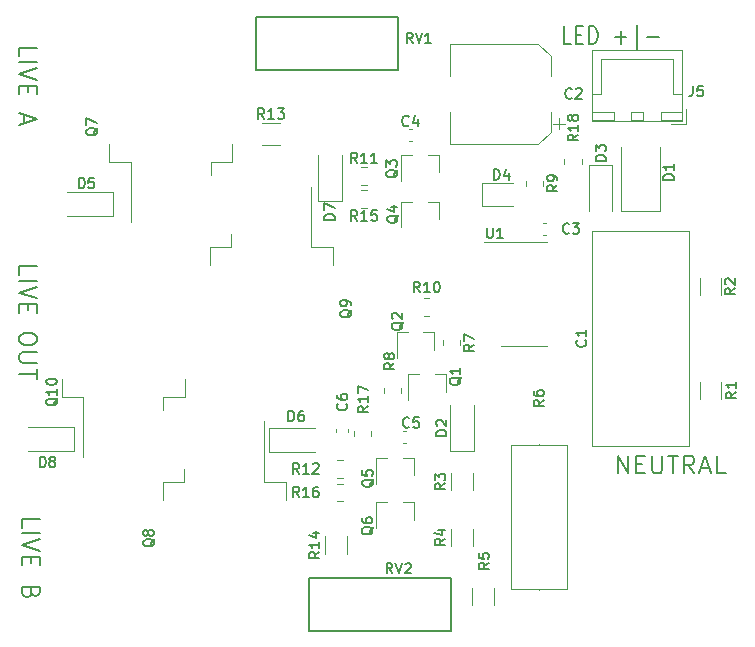
<source format=gto>
%TF.GenerationSoftware,KiCad,Pcbnew,5.1.7-a382d34a8~87~ubuntu18.04.1*%
%TF.CreationDate,2021-12-24T14:38:43-05:00*%
%TF.ProjectId,Source_Balancer_SMD,536f7572-6365-45f4-9261-6c616e636572,rev?*%
%TF.SameCoordinates,Original*%
%TF.FileFunction,Legend,Top*%
%TF.FilePolarity,Positive*%
%FSLAX46Y46*%
G04 Gerber Fmt 4.6, Leading zero omitted, Abs format (unit mm)*
G04 Created by KiCad (PCBNEW 5.1.7-a382d34a8~87~ubuntu18.04.1) date 2021-12-24 14:38:43*
%MOMM*%
%LPD*%
G01*
G04 APERTURE LIST*
%ADD10C,0.200000*%
%ADD11C,0.120000*%
%ADD12C,0.150000*%
%ADD13C,0.170000*%
G04 APERTURE END LIST*
D10*
X119377380Y-41478571D02*
X118782142Y-41478571D01*
X118782142Y-39978571D01*
X119794047Y-40692857D02*
X120210714Y-40692857D01*
X120389285Y-41478571D02*
X119794047Y-41478571D01*
X119794047Y-39978571D01*
X120389285Y-39978571D01*
X120925000Y-41478571D02*
X120925000Y-39978571D01*
X121222619Y-39978571D01*
X121401190Y-40050000D01*
X121520238Y-40192857D01*
X121579761Y-40335714D01*
X121639285Y-40621428D01*
X121639285Y-40835714D01*
X121579761Y-41121428D01*
X121520238Y-41264285D01*
X121401190Y-41407142D01*
X121222619Y-41478571D01*
X120925000Y-41478571D01*
X123127380Y-40907142D02*
X124079761Y-40907142D01*
X123603571Y-41478571D02*
X123603571Y-40335714D01*
X124972619Y-41978571D02*
X124972619Y-39835714D01*
X125865476Y-40907142D02*
X126817857Y-40907142D01*
X72671428Y-42521428D02*
X72671428Y-41807142D01*
X74171428Y-41807142D01*
X72671428Y-43021428D02*
X74171428Y-43021428D01*
X74171428Y-43521428D02*
X72671428Y-44021428D01*
X74171428Y-44521428D01*
X73457142Y-45021428D02*
X73457142Y-45521428D01*
X72671428Y-45735714D02*
X72671428Y-45021428D01*
X74171428Y-45021428D01*
X74171428Y-45735714D01*
X73100000Y-47450000D02*
X73100000Y-48164285D01*
X72671428Y-47307142D02*
X74171428Y-47807142D01*
X72671428Y-48307142D01*
X72921428Y-82414285D02*
X72921428Y-81700000D01*
X74421428Y-81700000D01*
X72921428Y-82914285D02*
X74421428Y-82914285D01*
X74421428Y-83414285D02*
X72921428Y-83914285D01*
X74421428Y-84414285D01*
X73707142Y-84914285D02*
X73707142Y-85414285D01*
X72921428Y-85628571D02*
X72921428Y-84914285D01*
X74421428Y-84914285D01*
X74421428Y-85628571D01*
X73707142Y-87914285D02*
X73635714Y-88128571D01*
X73564285Y-88200000D01*
X73421428Y-88271428D01*
X73207142Y-88271428D01*
X73064285Y-88200000D01*
X72992857Y-88128571D01*
X72921428Y-87985714D01*
X72921428Y-87414285D01*
X74421428Y-87414285D01*
X74421428Y-87914285D01*
X74350000Y-88057142D01*
X74278571Y-88128571D01*
X74135714Y-88200000D01*
X73992857Y-88200000D01*
X73850000Y-88128571D01*
X73778571Y-88057142D01*
X73707142Y-87914285D01*
X73707142Y-87414285D01*
X72671428Y-61021428D02*
X72671428Y-60307142D01*
X74171428Y-60307142D01*
X72671428Y-61521428D02*
X74171428Y-61521428D01*
X74171428Y-62021428D02*
X72671428Y-62521428D01*
X74171428Y-63021428D01*
X73457142Y-63521428D02*
X73457142Y-64021428D01*
X72671428Y-64235714D02*
X72671428Y-63521428D01*
X74171428Y-63521428D01*
X74171428Y-64235714D01*
X74171428Y-66307142D02*
X74171428Y-66592857D01*
X74100000Y-66735714D01*
X73957142Y-66878571D01*
X73671428Y-66950000D01*
X73171428Y-66950000D01*
X72885714Y-66878571D01*
X72742857Y-66735714D01*
X72671428Y-66592857D01*
X72671428Y-66307142D01*
X72742857Y-66164285D01*
X72885714Y-66021428D01*
X73171428Y-65950000D01*
X73671428Y-65950000D01*
X73957142Y-66021428D01*
X74100000Y-66164285D01*
X74171428Y-66307142D01*
X74171428Y-67592857D02*
X72957142Y-67592857D01*
X72814285Y-67664285D01*
X72742857Y-67735714D01*
X72671428Y-67878571D01*
X72671428Y-68164285D01*
X72742857Y-68307142D01*
X72814285Y-68378571D01*
X72957142Y-68450000D01*
X74171428Y-68450000D01*
X74171428Y-68950000D02*
X74171428Y-69807142D01*
X72671428Y-69378571D02*
X74171428Y-69378571D01*
X123335714Y-77828571D02*
X123335714Y-76328571D01*
X124192857Y-77828571D01*
X124192857Y-76328571D01*
X124907142Y-77042857D02*
X125407142Y-77042857D01*
X125621428Y-77828571D02*
X124907142Y-77828571D01*
X124907142Y-76328571D01*
X125621428Y-76328571D01*
X126264285Y-76328571D02*
X126264285Y-77542857D01*
X126335714Y-77685714D01*
X126407142Y-77757142D01*
X126550000Y-77828571D01*
X126835714Y-77828571D01*
X126978571Y-77757142D01*
X127050000Y-77685714D01*
X127121428Y-77542857D01*
X127121428Y-76328571D01*
X127621428Y-76328571D02*
X128478571Y-76328571D01*
X128050000Y-77828571D02*
X128050000Y-76328571D01*
X129835714Y-77828571D02*
X129335714Y-77114285D01*
X128978571Y-77828571D02*
X128978571Y-76328571D01*
X129550000Y-76328571D01*
X129692857Y-76400000D01*
X129764285Y-76471428D01*
X129835714Y-76614285D01*
X129835714Y-76828571D01*
X129764285Y-76971428D01*
X129692857Y-77042857D01*
X129550000Y-77114285D01*
X128978571Y-77114285D01*
X130407142Y-77400000D02*
X131121428Y-77400000D01*
X130264285Y-77828571D02*
X130764285Y-76328571D01*
X131264285Y-77828571D01*
X132478571Y-77828571D02*
X131764285Y-77828571D01*
X131764285Y-76328571D01*
D11*
%TO.C,R18*%
X120285000Y-51210436D02*
X120285000Y-51664564D01*
X118815000Y-51210436D02*
X118815000Y-51664564D01*
%TO.C,J5*%
X128810000Y-47960000D02*
X128810000Y-41990000D01*
X128810000Y-41990000D02*
X121190000Y-41990000D01*
X121190000Y-41990000D02*
X121190000Y-47960000D01*
X121190000Y-47960000D02*
X128810000Y-47960000D01*
X125500000Y-47950000D02*
X125500000Y-47200000D01*
X125500000Y-47200000D02*
X124500000Y-47200000D01*
X124500000Y-47200000D02*
X124500000Y-47950000D01*
X124500000Y-47950000D02*
X125500000Y-47950000D01*
X128800000Y-47950000D02*
X128800000Y-47200000D01*
X128800000Y-47200000D02*
X127000000Y-47200000D01*
X127000000Y-47200000D02*
X127000000Y-47950000D01*
X127000000Y-47950000D02*
X128800000Y-47950000D01*
X123000000Y-47950000D02*
X123000000Y-47200000D01*
X123000000Y-47200000D02*
X121200000Y-47200000D01*
X121200000Y-47200000D02*
X121200000Y-47950000D01*
X121200000Y-47950000D02*
X123000000Y-47950000D01*
X128800000Y-45700000D02*
X128050000Y-45700000D01*
X128050000Y-45700000D02*
X128050000Y-42750000D01*
X128050000Y-42750000D02*
X125000000Y-42750000D01*
X121200000Y-45700000D02*
X121950000Y-45700000D01*
X121950000Y-45700000D02*
X121950000Y-42750000D01*
X121950000Y-42750000D02*
X125000000Y-42750000D01*
X127850000Y-48250000D02*
X129100000Y-48250000D01*
X129100000Y-48250000D02*
X129100000Y-47000000D01*
%TO.C,U1*%
X115450000Y-58215000D02*
X112000000Y-58215000D01*
X115450000Y-58215000D02*
X117400000Y-58215000D01*
X115450000Y-67085000D02*
X113500000Y-67085000D01*
X115450000Y-67085000D02*
X117400000Y-67085000D01*
%TO.C,D8*%
X77300000Y-75900000D02*
X73400000Y-75900000D01*
X77300000Y-73900000D02*
X73400000Y-73900000D01*
X77300000Y-75900000D02*
X77300000Y-73900000D01*
%TO.C,D7*%
X98000000Y-54750000D02*
X98000000Y-50850000D01*
X100000000Y-54750000D02*
X100000000Y-50850000D01*
X98000000Y-54750000D02*
X100000000Y-54750000D01*
%TO.C,D6*%
X93850000Y-74000000D02*
X97750000Y-74000000D01*
X93850000Y-76000000D02*
X97750000Y-76000000D01*
X93850000Y-74000000D02*
X93850000Y-76000000D01*
%TO.C,D5*%
X80600000Y-56000000D02*
X76700000Y-56000000D01*
X80600000Y-54000000D02*
X76700000Y-54000000D01*
X80600000Y-56000000D02*
X80600000Y-54000000D01*
D12*
%TO.C,RV2*%
X97250000Y-86650000D02*
X97250000Y-91150000D01*
X109250000Y-86650000D02*
X109250000Y-91150000D01*
X97250000Y-86650000D02*
X109250000Y-86650000D01*
X97250000Y-91150000D02*
X109250000Y-91150000D01*
%TO.C,RV1*%
X92750000Y-39150000D02*
X92750000Y-43650000D01*
X104750000Y-39150000D02*
X104750000Y-43650000D01*
X92750000Y-39150000D02*
X104750000Y-39150000D01*
X92750000Y-43650000D02*
X104750000Y-43650000D01*
D11*
%TO.C,R17*%
X101015000Y-74210436D02*
X101015000Y-74664564D01*
X102485000Y-74210436D02*
X102485000Y-74664564D01*
%TO.C,R16*%
X99610436Y-80185000D02*
X100064564Y-80185000D01*
X99610436Y-78715000D02*
X100064564Y-78715000D01*
%TO.C,R15*%
X101635436Y-55335000D02*
X102089564Y-55335000D01*
X101635436Y-53865000D02*
X102089564Y-53865000D01*
%TO.C,R14*%
X98590000Y-83172936D02*
X98590000Y-84627064D01*
X100410000Y-83172936D02*
X100410000Y-84627064D01*
%TO.C,R13*%
X94727064Y-48190000D02*
X93272936Y-48190000D01*
X94727064Y-50010000D02*
X93272936Y-50010000D01*
%TO.C,R12*%
X99610436Y-78185000D02*
X100064564Y-78185000D01*
X99610436Y-76715000D02*
X100064564Y-76715000D01*
%TO.C,R11*%
X101635436Y-53385000D02*
X102089564Y-53385000D01*
X101635436Y-51915000D02*
X102089564Y-51915000D01*
%TO.C,R10*%
X106922936Y-64485000D02*
X107377064Y-64485000D01*
X106922936Y-63015000D02*
X107377064Y-63015000D01*
%TO.C,R9*%
X117035000Y-53489564D02*
X117035000Y-53035436D01*
X115565000Y-53489564D02*
X115565000Y-53035436D01*
%TO.C,R8*%
X103565000Y-70585436D02*
X103565000Y-71039564D01*
X105035000Y-70585436D02*
X105035000Y-71039564D01*
%TO.C,R7*%
X109985000Y-66964564D02*
X109985000Y-66510436D01*
X108515000Y-66964564D02*
X108515000Y-66510436D01*
%TO.C,R6*%
X116700000Y-87710000D02*
X116700000Y-87600000D01*
X116700000Y-75350000D02*
X116700000Y-75460000D01*
X119070000Y-87600000D02*
X119070000Y-75460000D01*
X114330000Y-87600000D02*
X119070000Y-87600000D01*
X114330000Y-75460000D02*
X114330000Y-87600000D01*
X119070000Y-75460000D02*
X114330000Y-75460000D01*
%TO.C,R5*%
X112860000Y-88964564D02*
X112860000Y-87510436D01*
X111040000Y-88964564D02*
X111040000Y-87510436D01*
%TO.C,R4*%
X111060000Y-83964564D02*
X111060000Y-82510436D01*
X109240000Y-83964564D02*
X109240000Y-82510436D01*
%TO.C,R3*%
X111060000Y-79264564D02*
X111060000Y-77810436D01*
X109240000Y-79264564D02*
X109240000Y-77810436D01*
%TO.C,R2*%
X132110000Y-62727064D02*
X132110000Y-61272936D01*
X130290000Y-62727064D02*
X130290000Y-61272936D01*
%TO.C,R1*%
X132110000Y-71564564D02*
X132110000Y-70110436D01*
X130290000Y-71564564D02*
X130290000Y-70110436D01*
%TO.C,Q10*%
X84890000Y-71325000D02*
X84890000Y-72425000D01*
X86700000Y-71325000D02*
X84890000Y-71325000D01*
X86700000Y-69825000D02*
X86700000Y-71325000D01*
X78110000Y-71325000D02*
X78110000Y-76450000D01*
X76300000Y-71325000D02*
X78110000Y-71325000D01*
X76300000Y-69825000D02*
X76300000Y-71325000D01*
%TO.C,Q9*%
X90610000Y-58675000D02*
X90610000Y-57575000D01*
X88800000Y-58675000D02*
X90610000Y-58675000D01*
X88800000Y-60175000D02*
X88800000Y-58675000D01*
X97390000Y-58675000D02*
X97390000Y-53550000D01*
X99200000Y-58675000D02*
X97390000Y-58675000D01*
X99200000Y-60175000D02*
X99200000Y-58675000D01*
%TO.C,Q8*%
X86650000Y-78550000D02*
X86650000Y-77450000D01*
X84840000Y-78550000D02*
X86650000Y-78550000D01*
X84840000Y-80050000D02*
X84840000Y-78550000D01*
X93430000Y-78550000D02*
X93430000Y-73425000D01*
X95240000Y-78550000D02*
X93430000Y-78550000D01*
X95240000Y-80050000D02*
X95240000Y-78550000D01*
%TO.C,Q7*%
X88890000Y-51450000D02*
X88890000Y-52550000D01*
X90700000Y-51450000D02*
X88890000Y-51450000D01*
X90700000Y-49950000D02*
X90700000Y-51450000D01*
X82110000Y-51450000D02*
X82110000Y-56575000D01*
X80300000Y-51450000D02*
X82110000Y-51450000D01*
X80300000Y-49950000D02*
X80300000Y-51450000D01*
%TO.C,Q6*%
X106080000Y-80290000D02*
X106080000Y-81750000D01*
X102920000Y-80290000D02*
X102920000Y-82450000D01*
X102920000Y-80290000D02*
X103850000Y-80290000D01*
X106080000Y-80290000D02*
X105150000Y-80290000D01*
%TO.C,Q5*%
X106080000Y-76540000D02*
X106080000Y-78000000D01*
X102920000Y-76540000D02*
X102920000Y-78700000D01*
X102920000Y-76540000D02*
X103850000Y-76540000D01*
X106080000Y-76540000D02*
X105150000Y-76540000D01*
%TO.C,Q4*%
X108180000Y-54840000D02*
X108180000Y-56300000D01*
X105020000Y-54840000D02*
X105020000Y-57000000D01*
X105020000Y-54840000D02*
X105950000Y-54840000D01*
X108180000Y-54840000D02*
X107250000Y-54840000D01*
%TO.C,Q3*%
X108180000Y-50890000D02*
X108180000Y-52350000D01*
X105020000Y-50890000D02*
X105020000Y-53050000D01*
X105020000Y-50890000D02*
X105950000Y-50890000D01*
X108180000Y-50890000D02*
X107250000Y-50890000D01*
%TO.C,Q2*%
X107830000Y-65890000D02*
X107830000Y-67350000D01*
X104670000Y-65890000D02*
X104670000Y-68050000D01*
X104670000Y-65890000D02*
X105600000Y-65890000D01*
X107830000Y-65890000D02*
X106900000Y-65890000D01*
%TO.C,Q1*%
X108780000Y-69440000D02*
X108780000Y-70900000D01*
X105620000Y-69440000D02*
X105620000Y-71600000D01*
X105620000Y-69440000D02*
X106550000Y-69440000D01*
X108780000Y-69440000D02*
X107850000Y-69440000D01*
%TO.C,D4*%
X111827500Y-55160000D02*
X114512500Y-55160000D01*
X111827500Y-53240000D02*
X111827500Y-55160000D01*
X114512500Y-53240000D02*
X111827500Y-53240000D01*
%TO.C,D3*%
X122900000Y-51750000D02*
X122900000Y-55650000D01*
X120900000Y-51750000D02*
X120900000Y-55650000D01*
X122900000Y-51750000D02*
X120900000Y-51750000D01*
%TO.C,D2*%
X109150000Y-75950000D02*
X109150000Y-72050000D01*
X111150000Y-75950000D02*
X111150000Y-72050000D01*
X109150000Y-75950000D02*
X111150000Y-75950000D01*
%TO.C,D1*%
X123650000Y-55600000D02*
X123650000Y-50200000D01*
X126950000Y-55600000D02*
X126950000Y-50200000D01*
X123650000Y-55600000D02*
X126950000Y-55600000D01*
%TO.C,C6*%
X100510000Y-74365580D02*
X100510000Y-74084420D01*
X99490000Y-74365580D02*
X99490000Y-74084420D01*
%TO.C,C5*%
X105134420Y-75260000D02*
X105415580Y-75260000D01*
X105134420Y-74240000D02*
X105415580Y-74240000D01*
%TO.C,C4*%
X105965580Y-48690000D02*
X105684420Y-48690000D01*
X105965580Y-49710000D02*
X105684420Y-49710000D01*
%TO.C,C3*%
X117315580Y-56640000D02*
X117034420Y-56640000D01*
X117315580Y-57660000D02*
X117034420Y-57660000D01*
%TO.C,C2*%
X118400000Y-48710000D02*
X118400000Y-47710000D01*
X118900000Y-48210000D02*
X117900000Y-48210000D01*
X117660000Y-42504437D02*
X116595563Y-41440000D01*
X117660000Y-48895563D02*
X116595563Y-49960000D01*
X117660000Y-48895563D02*
X117660000Y-47210000D01*
X117660000Y-42504437D02*
X117660000Y-44190000D01*
X116595563Y-41440000D02*
X109140000Y-41440000D01*
X116595563Y-49960000D02*
X109140000Y-49960000D01*
X109140000Y-49960000D02*
X109140000Y-47210000D01*
X109140000Y-41440000D02*
X109140000Y-44190000D01*
%TO.C,C1*%
X121180000Y-57280000D02*
X129420000Y-57280000D01*
X121180000Y-75520000D02*
X129420000Y-75520000D01*
X129420000Y-75520000D02*
X129420000Y-57280000D01*
X121180000Y-75520000D02*
X121180000Y-57280000D01*
%TO.C,R18*%
D13*
X119998095Y-49140714D02*
X119579047Y-49434047D01*
X119998095Y-49643571D02*
X119118095Y-49643571D01*
X119118095Y-49308333D01*
X119160000Y-49224523D01*
X119201904Y-49182619D01*
X119285714Y-49140714D01*
X119411428Y-49140714D01*
X119495238Y-49182619D01*
X119537142Y-49224523D01*
X119579047Y-49308333D01*
X119579047Y-49643571D01*
X119998095Y-48302619D02*
X119998095Y-48805476D01*
X119998095Y-48554047D02*
X119118095Y-48554047D01*
X119243809Y-48637857D01*
X119327619Y-48721666D01*
X119369523Y-48805476D01*
X119495238Y-47799761D02*
X119453333Y-47883571D01*
X119411428Y-47925476D01*
X119327619Y-47967380D01*
X119285714Y-47967380D01*
X119201904Y-47925476D01*
X119160000Y-47883571D01*
X119118095Y-47799761D01*
X119118095Y-47632142D01*
X119160000Y-47548333D01*
X119201904Y-47506428D01*
X119285714Y-47464523D01*
X119327619Y-47464523D01*
X119411428Y-47506428D01*
X119453333Y-47548333D01*
X119495238Y-47632142D01*
X119495238Y-47799761D01*
X119537142Y-47883571D01*
X119579047Y-47925476D01*
X119662857Y-47967380D01*
X119830476Y-47967380D01*
X119914285Y-47925476D01*
X119956190Y-47883571D01*
X119998095Y-47799761D01*
X119998095Y-47632142D01*
X119956190Y-47548333D01*
X119914285Y-47506428D01*
X119830476Y-47464523D01*
X119662857Y-47464523D01*
X119579047Y-47506428D01*
X119537142Y-47548333D01*
X119495238Y-47632142D01*
%TO.C,J5*%
X129706666Y-45018095D02*
X129706666Y-45646666D01*
X129664761Y-45772380D01*
X129580952Y-45856190D01*
X129455238Y-45898095D01*
X129371428Y-45898095D01*
X130544761Y-45018095D02*
X130125714Y-45018095D01*
X130083809Y-45437142D01*
X130125714Y-45395238D01*
X130209523Y-45353333D01*
X130419047Y-45353333D01*
X130502857Y-45395238D01*
X130544761Y-45437142D01*
X130586666Y-45520952D01*
X130586666Y-45730476D01*
X130544761Y-45814285D01*
X130502857Y-45856190D01*
X130419047Y-45898095D01*
X130209523Y-45898095D01*
X130125714Y-45856190D01*
X130083809Y-45814285D01*
%TO.C,U1*%
X112279523Y-57018095D02*
X112279523Y-57730476D01*
X112321428Y-57814285D01*
X112363333Y-57856190D01*
X112447142Y-57898095D01*
X112614761Y-57898095D01*
X112698571Y-57856190D01*
X112740476Y-57814285D01*
X112782380Y-57730476D01*
X112782380Y-57018095D01*
X113662380Y-57898095D02*
X113159523Y-57898095D01*
X113410952Y-57898095D02*
X113410952Y-57018095D01*
X113327142Y-57143809D01*
X113243333Y-57227619D01*
X113159523Y-57269523D01*
%TO.C,D8*%
X74400476Y-77298095D02*
X74400476Y-76418095D01*
X74610000Y-76418095D01*
X74735714Y-76460000D01*
X74819523Y-76543809D01*
X74861428Y-76627619D01*
X74903333Y-76795238D01*
X74903333Y-76920952D01*
X74861428Y-77088571D01*
X74819523Y-77172380D01*
X74735714Y-77256190D01*
X74610000Y-77298095D01*
X74400476Y-77298095D01*
X75406190Y-76795238D02*
X75322380Y-76753333D01*
X75280476Y-76711428D01*
X75238571Y-76627619D01*
X75238571Y-76585714D01*
X75280476Y-76501904D01*
X75322380Y-76460000D01*
X75406190Y-76418095D01*
X75573809Y-76418095D01*
X75657619Y-76460000D01*
X75699523Y-76501904D01*
X75741428Y-76585714D01*
X75741428Y-76627619D01*
X75699523Y-76711428D01*
X75657619Y-76753333D01*
X75573809Y-76795238D01*
X75406190Y-76795238D01*
X75322380Y-76837142D01*
X75280476Y-76879047D01*
X75238571Y-76962857D01*
X75238571Y-77130476D01*
X75280476Y-77214285D01*
X75322380Y-77256190D01*
X75406190Y-77298095D01*
X75573809Y-77298095D01*
X75657619Y-77256190D01*
X75699523Y-77214285D01*
X75741428Y-77130476D01*
X75741428Y-76962857D01*
X75699523Y-76879047D01*
X75657619Y-76837142D01*
X75573809Y-76795238D01*
%TO.C,D7*%
X99398095Y-56349523D02*
X98518095Y-56349523D01*
X98518095Y-56140000D01*
X98560000Y-56014285D01*
X98643809Y-55930476D01*
X98727619Y-55888571D01*
X98895238Y-55846666D01*
X99020952Y-55846666D01*
X99188571Y-55888571D01*
X99272380Y-55930476D01*
X99356190Y-56014285D01*
X99398095Y-56140000D01*
X99398095Y-56349523D01*
X98518095Y-55553333D02*
X98518095Y-54966666D01*
X99398095Y-55343809D01*
%TO.C,D6*%
X95450476Y-73398095D02*
X95450476Y-72518095D01*
X95660000Y-72518095D01*
X95785714Y-72560000D01*
X95869523Y-72643809D01*
X95911428Y-72727619D01*
X95953333Y-72895238D01*
X95953333Y-73020952D01*
X95911428Y-73188571D01*
X95869523Y-73272380D01*
X95785714Y-73356190D01*
X95660000Y-73398095D01*
X95450476Y-73398095D01*
X96707619Y-72518095D02*
X96540000Y-72518095D01*
X96456190Y-72560000D01*
X96414285Y-72601904D01*
X96330476Y-72727619D01*
X96288571Y-72895238D01*
X96288571Y-73230476D01*
X96330476Y-73314285D01*
X96372380Y-73356190D01*
X96456190Y-73398095D01*
X96623809Y-73398095D01*
X96707619Y-73356190D01*
X96749523Y-73314285D01*
X96791428Y-73230476D01*
X96791428Y-73020952D01*
X96749523Y-72937142D01*
X96707619Y-72895238D01*
X96623809Y-72853333D01*
X96456190Y-72853333D01*
X96372380Y-72895238D01*
X96330476Y-72937142D01*
X96288571Y-73020952D01*
%TO.C,D5*%
X77700476Y-53698095D02*
X77700476Y-52818095D01*
X77910000Y-52818095D01*
X78035714Y-52860000D01*
X78119523Y-52943809D01*
X78161428Y-53027619D01*
X78203333Y-53195238D01*
X78203333Y-53320952D01*
X78161428Y-53488571D01*
X78119523Y-53572380D01*
X78035714Y-53656190D01*
X77910000Y-53698095D01*
X77700476Y-53698095D01*
X78999523Y-52818095D02*
X78580476Y-52818095D01*
X78538571Y-53237142D01*
X78580476Y-53195238D01*
X78664285Y-53153333D01*
X78873809Y-53153333D01*
X78957619Y-53195238D01*
X78999523Y-53237142D01*
X79041428Y-53320952D01*
X79041428Y-53530476D01*
X78999523Y-53614285D01*
X78957619Y-53656190D01*
X78873809Y-53698095D01*
X78664285Y-53698095D01*
X78580476Y-53656190D01*
X78538571Y-53614285D01*
%TO.C,RV2*%
X104276190Y-86298095D02*
X103982857Y-85879047D01*
X103773333Y-86298095D02*
X103773333Y-85418095D01*
X104108571Y-85418095D01*
X104192380Y-85460000D01*
X104234285Y-85501904D01*
X104276190Y-85585714D01*
X104276190Y-85711428D01*
X104234285Y-85795238D01*
X104192380Y-85837142D01*
X104108571Y-85879047D01*
X103773333Y-85879047D01*
X104527619Y-85418095D02*
X104820952Y-86298095D01*
X105114285Y-85418095D01*
X105365714Y-85501904D02*
X105407619Y-85460000D01*
X105491428Y-85418095D01*
X105700952Y-85418095D01*
X105784761Y-85460000D01*
X105826666Y-85501904D01*
X105868571Y-85585714D01*
X105868571Y-85669523D01*
X105826666Y-85795238D01*
X105323809Y-86298095D01*
X105868571Y-86298095D01*
%TO.C,RV1*%
X105976190Y-41398095D02*
X105682857Y-40979047D01*
X105473333Y-41398095D02*
X105473333Y-40518095D01*
X105808571Y-40518095D01*
X105892380Y-40560000D01*
X105934285Y-40601904D01*
X105976190Y-40685714D01*
X105976190Y-40811428D01*
X105934285Y-40895238D01*
X105892380Y-40937142D01*
X105808571Y-40979047D01*
X105473333Y-40979047D01*
X106227619Y-40518095D02*
X106520952Y-41398095D01*
X106814285Y-40518095D01*
X107568571Y-41398095D02*
X107065714Y-41398095D01*
X107317142Y-41398095D02*
X107317142Y-40518095D01*
X107233333Y-40643809D01*
X107149523Y-40727619D01*
X107065714Y-40769523D01*
%TO.C,R17*%
X102198095Y-72153214D02*
X101779047Y-72446547D01*
X102198095Y-72656071D02*
X101318095Y-72656071D01*
X101318095Y-72320833D01*
X101360000Y-72237023D01*
X101401904Y-72195119D01*
X101485714Y-72153214D01*
X101611428Y-72153214D01*
X101695238Y-72195119D01*
X101737142Y-72237023D01*
X101779047Y-72320833D01*
X101779047Y-72656071D01*
X102198095Y-71315119D02*
X102198095Y-71817976D01*
X102198095Y-71566547D02*
X101318095Y-71566547D01*
X101443809Y-71650357D01*
X101527619Y-71734166D01*
X101569523Y-71817976D01*
X101318095Y-71021785D02*
X101318095Y-70435119D01*
X102198095Y-70812261D01*
%TO.C,R16*%
X96371785Y-79848095D02*
X96078452Y-79429047D01*
X95868928Y-79848095D02*
X95868928Y-78968095D01*
X96204166Y-78968095D01*
X96287976Y-79010000D01*
X96329880Y-79051904D01*
X96371785Y-79135714D01*
X96371785Y-79261428D01*
X96329880Y-79345238D01*
X96287976Y-79387142D01*
X96204166Y-79429047D01*
X95868928Y-79429047D01*
X97209880Y-79848095D02*
X96707023Y-79848095D01*
X96958452Y-79848095D02*
X96958452Y-78968095D01*
X96874642Y-79093809D01*
X96790833Y-79177619D01*
X96707023Y-79219523D01*
X97964166Y-78968095D02*
X97796547Y-78968095D01*
X97712738Y-79010000D01*
X97670833Y-79051904D01*
X97587023Y-79177619D01*
X97545119Y-79345238D01*
X97545119Y-79680476D01*
X97587023Y-79764285D01*
X97628928Y-79806190D01*
X97712738Y-79848095D01*
X97880357Y-79848095D01*
X97964166Y-79806190D01*
X98006071Y-79764285D01*
X98047976Y-79680476D01*
X98047976Y-79470952D01*
X98006071Y-79387142D01*
X97964166Y-79345238D01*
X97880357Y-79303333D01*
X97712738Y-79303333D01*
X97628928Y-79345238D01*
X97587023Y-79387142D01*
X97545119Y-79470952D01*
%TO.C,R15*%
X101296785Y-56448095D02*
X101003452Y-56029047D01*
X100793928Y-56448095D02*
X100793928Y-55568095D01*
X101129166Y-55568095D01*
X101212976Y-55610000D01*
X101254880Y-55651904D01*
X101296785Y-55735714D01*
X101296785Y-55861428D01*
X101254880Y-55945238D01*
X101212976Y-55987142D01*
X101129166Y-56029047D01*
X100793928Y-56029047D01*
X102134880Y-56448095D02*
X101632023Y-56448095D01*
X101883452Y-56448095D02*
X101883452Y-55568095D01*
X101799642Y-55693809D01*
X101715833Y-55777619D01*
X101632023Y-55819523D01*
X102931071Y-55568095D02*
X102512023Y-55568095D01*
X102470119Y-55987142D01*
X102512023Y-55945238D01*
X102595833Y-55903333D01*
X102805357Y-55903333D01*
X102889166Y-55945238D01*
X102931071Y-55987142D01*
X102972976Y-56070952D01*
X102972976Y-56280476D01*
X102931071Y-56364285D01*
X102889166Y-56406190D01*
X102805357Y-56448095D01*
X102595833Y-56448095D01*
X102512023Y-56406190D01*
X102470119Y-56364285D01*
%TO.C,R14*%
X98098095Y-84465714D02*
X97679047Y-84759047D01*
X98098095Y-84968571D02*
X97218095Y-84968571D01*
X97218095Y-84633333D01*
X97260000Y-84549523D01*
X97301904Y-84507619D01*
X97385714Y-84465714D01*
X97511428Y-84465714D01*
X97595238Y-84507619D01*
X97637142Y-84549523D01*
X97679047Y-84633333D01*
X97679047Y-84968571D01*
X98098095Y-83627619D02*
X98098095Y-84130476D01*
X98098095Y-83879047D02*
X97218095Y-83879047D01*
X97343809Y-83962857D01*
X97427619Y-84046666D01*
X97469523Y-84130476D01*
X97511428Y-82873333D02*
X98098095Y-82873333D01*
X97176190Y-83082857D02*
X97804761Y-83292380D01*
X97804761Y-82747619D01*
%TO.C,R13*%
X93434285Y-47798095D02*
X93140952Y-47379047D01*
X92931428Y-47798095D02*
X92931428Y-46918095D01*
X93266666Y-46918095D01*
X93350476Y-46960000D01*
X93392380Y-47001904D01*
X93434285Y-47085714D01*
X93434285Y-47211428D01*
X93392380Y-47295238D01*
X93350476Y-47337142D01*
X93266666Y-47379047D01*
X92931428Y-47379047D01*
X94272380Y-47798095D02*
X93769523Y-47798095D01*
X94020952Y-47798095D02*
X94020952Y-46918095D01*
X93937142Y-47043809D01*
X93853333Y-47127619D01*
X93769523Y-47169523D01*
X94565714Y-46918095D02*
X95110476Y-46918095D01*
X94817142Y-47253333D01*
X94942857Y-47253333D01*
X95026666Y-47295238D01*
X95068571Y-47337142D01*
X95110476Y-47420952D01*
X95110476Y-47630476D01*
X95068571Y-47714285D01*
X95026666Y-47756190D01*
X94942857Y-47798095D01*
X94691428Y-47798095D01*
X94607619Y-47756190D01*
X94565714Y-47714285D01*
%TO.C,R12*%
X96371785Y-77848095D02*
X96078452Y-77429047D01*
X95868928Y-77848095D02*
X95868928Y-76968095D01*
X96204166Y-76968095D01*
X96287976Y-77010000D01*
X96329880Y-77051904D01*
X96371785Y-77135714D01*
X96371785Y-77261428D01*
X96329880Y-77345238D01*
X96287976Y-77387142D01*
X96204166Y-77429047D01*
X95868928Y-77429047D01*
X97209880Y-77848095D02*
X96707023Y-77848095D01*
X96958452Y-77848095D02*
X96958452Y-76968095D01*
X96874642Y-77093809D01*
X96790833Y-77177619D01*
X96707023Y-77219523D01*
X97545119Y-77051904D02*
X97587023Y-77010000D01*
X97670833Y-76968095D01*
X97880357Y-76968095D01*
X97964166Y-77010000D01*
X98006071Y-77051904D01*
X98047976Y-77135714D01*
X98047976Y-77219523D01*
X98006071Y-77345238D01*
X97503214Y-77848095D01*
X98047976Y-77848095D01*
%TO.C,R11*%
X101296785Y-51548095D02*
X101003452Y-51129047D01*
X100793928Y-51548095D02*
X100793928Y-50668095D01*
X101129166Y-50668095D01*
X101212976Y-50710000D01*
X101254880Y-50751904D01*
X101296785Y-50835714D01*
X101296785Y-50961428D01*
X101254880Y-51045238D01*
X101212976Y-51087142D01*
X101129166Y-51129047D01*
X100793928Y-51129047D01*
X102134880Y-51548095D02*
X101632023Y-51548095D01*
X101883452Y-51548095D02*
X101883452Y-50668095D01*
X101799642Y-50793809D01*
X101715833Y-50877619D01*
X101632023Y-50919523D01*
X102972976Y-51548095D02*
X102470119Y-51548095D01*
X102721547Y-51548095D02*
X102721547Y-50668095D01*
X102637738Y-50793809D01*
X102553928Y-50877619D01*
X102470119Y-50919523D01*
%TO.C,R10*%
X106584285Y-62498095D02*
X106290952Y-62079047D01*
X106081428Y-62498095D02*
X106081428Y-61618095D01*
X106416666Y-61618095D01*
X106500476Y-61660000D01*
X106542380Y-61701904D01*
X106584285Y-61785714D01*
X106584285Y-61911428D01*
X106542380Y-61995238D01*
X106500476Y-62037142D01*
X106416666Y-62079047D01*
X106081428Y-62079047D01*
X107422380Y-62498095D02*
X106919523Y-62498095D01*
X107170952Y-62498095D02*
X107170952Y-61618095D01*
X107087142Y-61743809D01*
X107003333Y-61827619D01*
X106919523Y-61869523D01*
X107967142Y-61618095D02*
X108050952Y-61618095D01*
X108134761Y-61660000D01*
X108176666Y-61701904D01*
X108218571Y-61785714D01*
X108260476Y-61953333D01*
X108260476Y-62162857D01*
X108218571Y-62330476D01*
X108176666Y-62414285D01*
X108134761Y-62456190D01*
X108050952Y-62498095D01*
X107967142Y-62498095D01*
X107883333Y-62456190D01*
X107841428Y-62414285D01*
X107799523Y-62330476D01*
X107757619Y-62162857D01*
X107757619Y-61953333D01*
X107799523Y-61785714D01*
X107841428Y-61701904D01*
X107883333Y-61660000D01*
X107967142Y-61618095D01*
%TO.C,R9*%
X118248095Y-53446666D02*
X117829047Y-53740000D01*
X118248095Y-53949523D02*
X117368095Y-53949523D01*
X117368095Y-53614285D01*
X117410000Y-53530476D01*
X117451904Y-53488571D01*
X117535714Y-53446666D01*
X117661428Y-53446666D01*
X117745238Y-53488571D01*
X117787142Y-53530476D01*
X117829047Y-53614285D01*
X117829047Y-53949523D01*
X118248095Y-53027619D02*
X118248095Y-52860000D01*
X118206190Y-52776190D01*
X118164285Y-52734285D01*
X118038571Y-52650476D01*
X117870952Y-52608571D01*
X117535714Y-52608571D01*
X117451904Y-52650476D01*
X117410000Y-52692380D01*
X117368095Y-52776190D01*
X117368095Y-52943809D01*
X117410000Y-53027619D01*
X117451904Y-53069523D01*
X117535714Y-53111428D01*
X117745238Y-53111428D01*
X117829047Y-53069523D01*
X117870952Y-53027619D01*
X117912857Y-52943809D01*
X117912857Y-52776190D01*
X117870952Y-52692380D01*
X117829047Y-52650476D01*
X117745238Y-52608571D01*
%TO.C,R8*%
X104448095Y-68496666D02*
X104029047Y-68790000D01*
X104448095Y-68999523D02*
X103568095Y-68999523D01*
X103568095Y-68664285D01*
X103610000Y-68580476D01*
X103651904Y-68538571D01*
X103735714Y-68496666D01*
X103861428Y-68496666D01*
X103945238Y-68538571D01*
X103987142Y-68580476D01*
X104029047Y-68664285D01*
X104029047Y-68999523D01*
X103945238Y-67993809D02*
X103903333Y-68077619D01*
X103861428Y-68119523D01*
X103777619Y-68161428D01*
X103735714Y-68161428D01*
X103651904Y-68119523D01*
X103610000Y-68077619D01*
X103568095Y-67993809D01*
X103568095Y-67826190D01*
X103610000Y-67742380D01*
X103651904Y-67700476D01*
X103735714Y-67658571D01*
X103777619Y-67658571D01*
X103861428Y-67700476D01*
X103903333Y-67742380D01*
X103945238Y-67826190D01*
X103945238Y-67993809D01*
X103987142Y-68077619D01*
X104029047Y-68119523D01*
X104112857Y-68161428D01*
X104280476Y-68161428D01*
X104364285Y-68119523D01*
X104406190Y-68077619D01*
X104448095Y-67993809D01*
X104448095Y-67826190D01*
X104406190Y-67742380D01*
X104364285Y-67700476D01*
X104280476Y-67658571D01*
X104112857Y-67658571D01*
X104029047Y-67700476D01*
X103987142Y-67742380D01*
X103945238Y-67826190D01*
%TO.C,R7*%
X111198095Y-66946666D02*
X110779047Y-67240000D01*
X111198095Y-67449523D02*
X110318095Y-67449523D01*
X110318095Y-67114285D01*
X110360000Y-67030476D01*
X110401904Y-66988571D01*
X110485714Y-66946666D01*
X110611428Y-66946666D01*
X110695238Y-66988571D01*
X110737142Y-67030476D01*
X110779047Y-67114285D01*
X110779047Y-67449523D01*
X110318095Y-66653333D02*
X110318095Y-66066666D01*
X111198095Y-66443809D01*
%TO.C,R6*%
X117098095Y-71646666D02*
X116679047Y-71940000D01*
X117098095Y-72149523D02*
X116218095Y-72149523D01*
X116218095Y-71814285D01*
X116260000Y-71730476D01*
X116301904Y-71688571D01*
X116385714Y-71646666D01*
X116511428Y-71646666D01*
X116595238Y-71688571D01*
X116637142Y-71730476D01*
X116679047Y-71814285D01*
X116679047Y-72149523D01*
X116218095Y-70892380D02*
X116218095Y-71060000D01*
X116260000Y-71143809D01*
X116301904Y-71185714D01*
X116427619Y-71269523D01*
X116595238Y-71311428D01*
X116930476Y-71311428D01*
X117014285Y-71269523D01*
X117056190Y-71227619D01*
X117098095Y-71143809D01*
X117098095Y-70976190D01*
X117056190Y-70892380D01*
X117014285Y-70850476D01*
X116930476Y-70808571D01*
X116720952Y-70808571D01*
X116637142Y-70850476D01*
X116595238Y-70892380D01*
X116553333Y-70976190D01*
X116553333Y-71143809D01*
X116595238Y-71227619D01*
X116637142Y-71269523D01*
X116720952Y-71311428D01*
%TO.C,R5*%
X112448095Y-85396666D02*
X112029047Y-85690000D01*
X112448095Y-85899523D02*
X111568095Y-85899523D01*
X111568095Y-85564285D01*
X111610000Y-85480476D01*
X111651904Y-85438571D01*
X111735714Y-85396666D01*
X111861428Y-85396666D01*
X111945238Y-85438571D01*
X111987142Y-85480476D01*
X112029047Y-85564285D01*
X112029047Y-85899523D01*
X111568095Y-84600476D02*
X111568095Y-85019523D01*
X111987142Y-85061428D01*
X111945238Y-85019523D01*
X111903333Y-84935714D01*
X111903333Y-84726190D01*
X111945238Y-84642380D01*
X111987142Y-84600476D01*
X112070952Y-84558571D01*
X112280476Y-84558571D01*
X112364285Y-84600476D01*
X112406190Y-84642380D01*
X112448095Y-84726190D01*
X112448095Y-84935714D01*
X112406190Y-85019523D01*
X112364285Y-85061428D01*
%TO.C,R4*%
X108728095Y-83384166D02*
X108309047Y-83677500D01*
X108728095Y-83887023D02*
X107848095Y-83887023D01*
X107848095Y-83551785D01*
X107890000Y-83467976D01*
X107931904Y-83426071D01*
X108015714Y-83384166D01*
X108141428Y-83384166D01*
X108225238Y-83426071D01*
X108267142Y-83467976D01*
X108309047Y-83551785D01*
X108309047Y-83887023D01*
X108141428Y-82629880D02*
X108728095Y-82629880D01*
X107806190Y-82839404D02*
X108434761Y-83048928D01*
X108434761Y-82504166D01*
%TO.C,R3*%
X108728095Y-78684166D02*
X108309047Y-78977500D01*
X108728095Y-79187023D02*
X107848095Y-79187023D01*
X107848095Y-78851785D01*
X107890000Y-78767976D01*
X107931904Y-78726071D01*
X108015714Y-78684166D01*
X108141428Y-78684166D01*
X108225238Y-78726071D01*
X108267142Y-78767976D01*
X108309047Y-78851785D01*
X108309047Y-79187023D01*
X107848095Y-78390833D02*
X107848095Y-77846071D01*
X108183333Y-78139404D01*
X108183333Y-78013690D01*
X108225238Y-77929880D01*
X108267142Y-77887976D01*
X108350952Y-77846071D01*
X108560476Y-77846071D01*
X108644285Y-77887976D01*
X108686190Y-77929880D01*
X108728095Y-78013690D01*
X108728095Y-78265119D01*
X108686190Y-78348928D01*
X108644285Y-78390833D01*
%TO.C,R2*%
X133298095Y-62146666D02*
X132879047Y-62440000D01*
X133298095Y-62649523D02*
X132418095Y-62649523D01*
X132418095Y-62314285D01*
X132460000Y-62230476D01*
X132501904Y-62188571D01*
X132585714Y-62146666D01*
X132711428Y-62146666D01*
X132795238Y-62188571D01*
X132837142Y-62230476D01*
X132879047Y-62314285D01*
X132879047Y-62649523D01*
X132501904Y-61811428D02*
X132460000Y-61769523D01*
X132418095Y-61685714D01*
X132418095Y-61476190D01*
X132460000Y-61392380D01*
X132501904Y-61350476D01*
X132585714Y-61308571D01*
X132669523Y-61308571D01*
X132795238Y-61350476D01*
X133298095Y-61853333D01*
X133298095Y-61308571D01*
%TO.C,R1*%
X133398095Y-70946666D02*
X132979047Y-71240000D01*
X133398095Y-71449523D02*
X132518095Y-71449523D01*
X132518095Y-71114285D01*
X132560000Y-71030476D01*
X132601904Y-70988571D01*
X132685714Y-70946666D01*
X132811428Y-70946666D01*
X132895238Y-70988571D01*
X132937142Y-71030476D01*
X132979047Y-71114285D01*
X132979047Y-71449523D01*
X133398095Y-70108571D02*
X133398095Y-70611428D01*
X133398095Y-70360000D02*
X132518095Y-70360000D01*
X132643809Y-70443809D01*
X132727619Y-70527619D01*
X132769523Y-70611428D01*
%TO.C,Q10*%
X75931904Y-71452857D02*
X75890000Y-71536666D01*
X75806190Y-71620476D01*
X75680476Y-71746190D01*
X75638571Y-71830000D01*
X75638571Y-71913809D01*
X75848095Y-71871904D02*
X75806190Y-71955714D01*
X75722380Y-72039523D01*
X75554761Y-72081428D01*
X75261428Y-72081428D01*
X75093809Y-72039523D01*
X75010000Y-71955714D01*
X74968095Y-71871904D01*
X74968095Y-71704285D01*
X75010000Y-71620476D01*
X75093809Y-71536666D01*
X75261428Y-71494761D01*
X75554761Y-71494761D01*
X75722380Y-71536666D01*
X75806190Y-71620476D01*
X75848095Y-71704285D01*
X75848095Y-71871904D01*
X75848095Y-70656666D02*
X75848095Y-71159523D01*
X75848095Y-70908095D02*
X74968095Y-70908095D01*
X75093809Y-70991904D01*
X75177619Y-71075714D01*
X75219523Y-71159523D01*
X74968095Y-70111904D02*
X74968095Y-70028095D01*
X75010000Y-69944285D01*
X75051904Y-69902380D01*
X75135714Y-69860476D01*
X75303333Y-69818571D01*
X75512857Y-69818571D01*
X75680476Y-69860476D01*
X75764285Y-69902380D01*
X75806190Y-69944285D01*
X75848095Y-70028095D01*
X75848095Y-70111904D01*
X75806190Y-70195714D01*
X75764285Y-70237619D01*
X75680476Y-70279523D01*
X75512857Y-70321428D01*
X75303333Y-70321428D01*
X75135714Y-70279523D01*
X75051904Y-70237619D01*
X75010000Y-70195714D01*
X74968095Y-70111904D01*
%TO.C,Q9*%
X100831904Y-63983809D02*
X100790000Y-64067619D01*
X100706190Y-64151428D01*
X100580476Y-64277142D01*
X100538571Y-64360952D01*
X100538571Y-64444761D01*
X100748095Y-64402857D02*
X100706190Y-64486666D01*
X100622380Y-64570476D01*
X100454761Y-64612380D01*
X100161428Y-64612380D01*
X99993809Y-64570476D01*
X99910000Y-64486666D01*
X99868095Y-64402857D01*
X99868095Y-64235238D01*
X99910000Y-64151428D01*
X99993809Y-64067619D01*
X100161428Y-64025714D01*
X100454761Y-64025714D01*
X100622380Y-64067619D01*
X100706190Y-64151428D01*
X100748095Y-64235238D01*
X100748095Y-64402857D01*
X100748095Y-63606666D02*
X100748095Y-63439047D01*
X100706190Y-63355238D01*
X100664285Y-63313333D01*
X100538571Y-63229523D01*
X100370952Y-63187619D01*
X100035714Y-63187619D01*
X99951904Y-63229523D01*
X99910000Y-63271428D01*
X99868095Y-63355238D01*
X99868095Y-63522857D01*
X99910000Y-63606666D01*
X99951904Y-63648571D01*
X100035714Y-63690476D01*
X100245238Y-63690476D01*
X100329047Y-63648571D01*
X100370952Y-63606666D01*
X100412857Y-63522857D01*
X100412857Y-63355238D01*
X100370952Y-63271428D01*
X100329047Y-63229523D01*
X100245238Y-63187619D01*
%TO.C,Q8*%
X84131904Y-83383809D02*
X84090000Y-83467619D01*
X84006190Y-83551428D01*
X83880476Y-83677142D01*
X83838571Y-83760952D01*
X83838571Y-83844761D01*
X84048095Y-83802857D02*
X84006190Y-83886666D01*
X83922380Y-83970476D01*
X83754761Y-84012380D01*
X83461428Y-84012380D01*
X83293809Y-83970476D01*
X83210000Y-83886666D01*
X83168095Y-83802857D01*
X83168095Y-83635238D01*
X83210000Y-83551428D01*
X83293809Y-83467619D01*
X83461428Y-83425714D01*
X83754761Y-83425714D01*
X83922380Y-83467619D01*
X84006190Y-83551428D01*
X84048095Y-83635238D01*
X84048095Y-83802857D01*
X83545238Y-82922857D02*
X83503333Y-83006666D01*
X83461428Y-83048571D01*
X83377619Y-83090476D01*
X83335714Y-83090476D01*
X83251904Y-83048571D01*
X83210000Y-83006666D01*
X83168095Y-82922857D01*
X83168095Y-82755238D01*
X83210000Y-82671428D01*
X83251904Y-82629523D01*
X83335714Y-82587619D01*
X83377619Y-82587619D01*
X83461428Y-82629523D01*
X83503333Y-82671428D01*
X83545238Y-82755238D01*
X83545238Y-82922857D01*
X83587142Y-83006666D01*
X83629047Y-83048571D01*
X83712857Y-83090476D01*
X83880476Y-83090476D01*
X83964285Y-83048571D01*
X84006190Y-83006666D01*
X84048095Y-82922857D01*
X84048095Y-82755238D01*
X84006190Y-82671428D01*
X83964285Y-82629523D01*
X83880476Y-82587619D01*
X83712857Y-82587619D01*
X83629047Y-82629523D01*
X83587142Y-82671428D01*
X83545238Y-82755238D01*
%TO.C,Q7*%
X79331904Y-48583809D02*
X79290000Y-48667619D01*
X79206190Y-48751428D01*
X79080476Y-48877142D01*
X79038571Y-48960952D01*
X79038571Y-49044761D01*
X79248095Y-49002857D02*
X79206190Y-49086666D01*
X79122380Y-49170476D01*
X78954761Y-49212380D01*
X78661428Y-49212380D01*
X78493809Y-49170476D01*
X78410000Y-49086666D01*
X78368095Y-49002857D01*
X78368095Y-48835238D01*
X78410000Y-48751428D01*
X78493809Y-48667619D01*
X78661428Y-48625714D01*
X78954761Y-48625714D01*
X79122380Y-48667619D01*
X79206190Y-48751428D01*
X79248095Y-48835238D01*
X79248095Y-49002857D01*
X78368095Y-48332380D02*
X78368095Y-47745714D01*
X79248095Y-48122857D01*
%TO.C,Q6*%
X102631904Y-82333809D02*
X102590000Y-82417619D01*
X102506190Y-82501428D01*
X102380476Y-82627142D01*
X102338571Y-82710952D01*
X102338571Y-82794761D01*
X102548095Y-82752857D02*
X102506190Y-82836666D01*
X102422380Y-82920476D01*
X102254761Y-82962380D01*
X101961428Y-82962380D01*
X101793809Y-82920476D01*
X101710000Y-82836666D01*
X101668095Y-82752857D01*
X101668095Y-82585238D01*
X101710000Y-82501428D01*
X101793809Y-82417619D01*
X101961428Y-82375714D01*
X102254761Y-82375714D01*
X102422380Y-82417619D01*
X102506190Y-82501428D01*
X102548095Y-82585238D01*
X102548095Y-82752857D01*
X101668095Y-81621428D02*
X101668095Y-81789047D01*
X101710000Y-81872857D01*
X101751904Y-81914761D01*
X101877619Y-81998571D01*
X102045238Y-82040476D01*
X102380476Y-82040476D01*
X102464285Y-81998571D01*
X102506190Y-81956666D01*
X102548095Y-81872857D01*
X102548095Y-81705238D01*
X102506190Y-81621428D01*
X102464285Y-81579523D01*
X102380476Y-81537619D01*
X102170952Y-81537619D01*
X102087142Y-81579523D01*
X102045238Y-81621428D01*
X102003333Y-81705238D01*
X102003333Y-81872857D01*
X102045238Y-81956666D01*
X102087142Y-81998571D01*
X102170952Y-82040476D01*
%TO.C,Q5*%
X102681904Y-78333809D02*
X102640000Y-78417619D01*
X102556190Y-78501428D01*
X102430476Y-78627142D01*
X102388571Y-78710952D01*
X102388571Y-78794761D01*
X102598095Y-78752857D02*
X102556190Y-78836666D01*
X102472380Y-78920476D01*
X102304761Y-78962380D01*
X102011428Y-78962380D01*
X101843809Y-78920476D01*
X101760000Y-78836666D01*
X101718095Y-78752857D01*
X101718095Y-78585238D01*
X101760000Y-78501428D01*
X101843809Y-78417619D01*
X102011428Y-78375714D01*
X102304761Y-78375714D01*
X102472380Y-78417619D01*
X102556190Y-78501428D01*
X102598095Y-78585238D01*
X102598095Y-78752857D01*
X101718095Y-77579523D02*
X101718095Y-77998571D01*
X102137142Y-78040476D01*
X102095238Y-77998571D01*
X102053333Y-77914761D01*
X102053333Y-77705238D01*
X102095238Y-77621428D01*
X102137142Y-77579523D01*
X102220952Y-77537619D01*
X102430476Y-77537619D01*
X102514285Y-77579523D01*
X102556190Y-77621428D01*
X102598095Y-77705238D01*
X102598095Y-77914761D01*
X102556190Y-77998571D01*
X102514285Y-78040476D01*
%TO.C,Q4*%
X104781904Y-55983809D02*
X104740000Y-56067619D01*
X104656190Y-56151428D01*
X104530476Y-56277142D01*
X104488571Y-56360952D01*
X104488571Y-56444761D01*
X104698095Y-56402857D02*
X104656190Y-56486666D01*
X104572380Y-56570476D01*
X104404761Y-56612380D01*
X104111428Y-56612380D01*
X103943809Y-56570476D01*
X103860000Y-56486666D01*
X103818095Y-56402857D01*
X103818095Y-56235238D01*
X103860000Y-56151428D01*
X103943809Y-56067619D01*
X104111428Y-56025714D01*
X104404761Y-56025714D01*
X104572380Y-56067619D01*
X104656190Y-56151428D01*
X104698095Y-56235238D01*
X104698095Y-56402857D01*
X104111428Y-55271428D02*
X104698095Y-55271428D01*
X103776190Y-55480952D02*
X104404761Y-55690476D01*
X104404761Y-55145714D01*
%TO.C,Q3*%
X104731904Y-52133809D02*
X104690000Y-52217619D01*
X104606190Y-52301428D01*
X104480476Y-52427142D01*
X104438571Y-52510952D01*
X104438571Y-52594761D01*
X104648095Y-52552857D02*
X104606190Y-52636666D01*
X104522380Y-52720476D01*
X104354761Y-52762380D01*
X104061428Y-52762380D01*
X103893809Y-52720476D01*
X103810000Y-52636666D01*
X103768095Y-52552857D01*
X103768095Y-52385238D01*
X103810000Y-52301428D01*
X103893809Y-52217619D01*
X104061428Y-52175714D01*
X104354761Y-52175714D01*
X104522380Y-52217619D01*
X104606190Y-52301428D01*
X104648095Y-52385238D01*
X104648095Y-52552857D01*
X103768095Y-51882380D02*
X103768095Y-51337619D01*
X104103333Y-51630952D01*
X104103333Y-51505238D01*
X104145238Y-51421428D01*
X104187142Y-51379523D01*
X104270952Y-51337619D01*
X104480476Y-51337619D01*
X104564285Y-51379523D01*
X104606190Y-51421428D01*
X104648095Y-51505238D01*
X104648095Y-51756666D01*
X104606190Y-51840476D01*
X104564285Y-51882380D01*
%TO.C,Q2*%
X105181904Y-65033809D02*
X105140000Y-65117619D01*
X105056190Y-65201428D01*
X104930476Y-65327142D01*
X104888571Y-65410952D01*
X104888571Y-65494761D01*
X105098095Y-65452857D02*
X105056190Y-65536666D01*
X104972380Y-65620476D01*
X104804761Y-65662380D01*
X104511428Y-65662380D01*
X104343809Y-65620476D01*
X104260000Y-65536666D01*
X104218095Y-65452857D01*
X104218095Y-65285238D01*
X104260000Y-65201428D01*
X104343809Y-65117619D01*
X104511428Y-65075714D01*
X104804761Y-65075714D01*
X104972380Y-65117619D01*
X105056190Y-65201428D01*
X105098095Y-65285238D01*
X105098095Y-65452857D01*
X104301904Y-64740476D02*
X104260000Y-64698571D01*
X104218095Y-64614761D01*
X104218095Y-64405238D01*
X104260000Y-64321428D01*
X104301904Y-64279523D01*
X104385714Y-64237619D01*
X104469523Y-64237619D01*
X104595238Y-64279523D01*
X105098095Y-64782380D01*
X105098095Y-64237619D01*
%TO.C,Q1*%
X110081904Y-69683809D02*
X110040000Y-69767619D01*
X109956190Y-69851428D01*
X109830476Y-69977142D01*
X109788571Y-70060952D01*
X109788571Y-70144761D01*
X109998095Y-70102857D02*
X109956190Y-70186666D01*
X109872380Y-70270476D01*
X109704761Y-70312380D01*
X109411428Y-70312380D01*
X109243809Y-70270476D01*
X109160000Y-70186666D01*
X109118095Y-70102857D01*
X109118095Y-69935238D01*
X109160000Y-69851428D01*
X109243809Y-69767619D01*
X109411428Y-69725714D01*
X109704761Y-69725714D01*
X109872380Y-69767619D01*
X109956190Y-69851428D01*
X109998095Y-69935238D01*
X109998095Y-70102857D01*
X109998095Y-68887619D02*
X109998095Y-69390476D01*
X109998095Y-69139047D02*
X109118095Y-69139047D01*
X109243809Y-69222857D01*
X109327619Y-69306666D01*
X109369523Y-69390476D01*
%TO.C,D4*%
X112862976Y-52948095D02*
X112862976Y-52068095D01*
X113072500Y-52068095D01*
X113198214Y-52110000D01*
X113282023Y-52193809D01*
X113323928Y-52277619D01*
X113365833Y-52445238D01*
X113365833Y-52570952D01*
X113323928Y-52738571D01*
X113282023Y-52822380D01*
X113198214Y-52906190D01*
X113072500Y-52948095D01*
X112862976Y-52948095D01*
X114120119Y-52361428D02*
X114120119Y-52948095D01*
X113910595Y-52026190D02*
X113701071Y-52654761D01*
X114245833Y-52654761D01*
%TO.C,D3*%
X122348095Y-51349523D02*
X121468095Y-51349523D01*
X121468095Y-51140000D01*
X121510000Y-51014285D01*
X121593809Y-50930476D01*
X121677619Y-50888571D01*
X121845238Y-50846666D01*
X121970952Y-50846666D01*
X122138571Y-50888571D01*
X122222380Y-50930476D01*
X122306190Y-51014285D01*
X122348095Y-51140000D01*
X122348095Y-51349523D01*
X121468095Y-50553333D02*
X121468095Y-50008571D01*
X121803333Y-50301904D01*
X121803333Y-50176190D01*
X121845238Y-50092380D01*
X121887142Y-50050476D01*
X121970952Y-50008571D01*
X122180476Y-50008571D01*
X122264285Y-50050476D01*
X122306190Y-50092380D01*
X122348095Y-50176190D01*
X122348095Y-50427619D01*
X122306190Y-50511428D01*
X122264285Y-50553333D01*
%TO.C,D2*%
X108848095Y-74649523D02*
X107968095Y-74649523D01*
X107968095Y-74440000D01*
X108010000Y-74314285D01*
X108093809Y-74230476D01*
X108177619Y-74188571D01*
X108345238Y-74146666D01*
X108470952Y-74146666D01*
X108638571Y-74188571D01*
X108722380Y-74230476D01*
X108806190Y-74314285D01*
X108848095Y-74440000D01*
X108848095Y-74649523D01*
X108051904Y-73811428D02*
X108010000Y-73769523D01*
X107968095Y-73685714D01*
X107968095Y-73476190D01*
X108010000Y-73392380D01*
X108051904Y-73350476D01*
X108135714Y-73308571D01*
X108219523Y-73308571D01*
X108345238Y-73350476D01*
X108848095Y-73853333D01*
X108848095Y-73308571D01*
%TO.C,D1*%
X128098095Y-52949523D02*
X127218095Y-52949523D01*
X127218095Y-52740000D01*
X127260000Y-52614285D01*
X127343809Y-52530476D01*
X127427619Y-52488571D01*
X127595238Y-52446666D01*
X127720952Y-52446666D01*
X127888571Y-52488571D01*
X127972380Y-52530476D01*
X128056190Y-52614285D01*
X128098095Y-52740000D01*
X128098095Y-52949523D01*
X128098095Y-51608571D02*
X128098095Y-52111428D01*
X128098095Y-51860000D02*
X127218095Y-51860000D01*
X127343809Y-51943809D01*
X127427619Y-52027619D01*
X127469523Y-52111428D01*
%TO.C,C6*%
X100364285Y-71946666D02*
X100406190Y-71988571D01*
X100448095Y-72114285D01*
X100448095Y-72198095D01*
X100406190Y-72323809D01*
X100322380Y-72407619D01*
X100238571Y-72449523D01*
X100070952Y-72491428D01*
X99945238Y-72491428D01*
X99777619Y-72449523D01*
X99693809Y-72407619D01*
X99610000Y-72323809D01*
X99568095Y-72198095D01*
X99568095Y-72114285D01*
X99610000Y-71988571D01*
X99651904Y-71946666D01*
X99568095Y-71192380D02*
X99568095Y-71360000D01*
X99610000Y-71443809D01*
X99651904Y-71485714D01*
X99777619Y-71569523D01*
X99945238Y-71611428D01*
X100280476Y-71611428D01*
X100364285Y-71569523D01*
X100406190Y-71527619D01*
X100448095Y-71443809D01*
X100448095Y-71276190D01*
X100406190Y-71192380D01*
X100364285Y-71150476D01*
X100280476Y-71108571D01*
X100070952Y-71108571D01*
X99987142Y-71150476D01*
X99945238Y-71192380D01*
X99903333Y-71276190D01*
X99903333Y-71443809D01*
X99945238Y-71527619D01*
X99987142Y-71569523D01*
X100070952Y-71611428D01*
%TO.C,C5*%
X105703333Y-73864285D02*
X105661428Y-73906190D01*
X105535714Y-73948095D01*
X105451904Y-73948095D01*
X105326190Y-73906190D01*
X105242380Y-73822380D01*
X105200476Y-73738571D01*
X105158571Y-73570952D01*
X105158571Y-73445238D01*
X105200476Y-73277619D01*
X105242380Y-73193809D01*
X105326190Y-73110000D01*
X105451904Y-73068095D01*
X105535714Y-73068095D01*
X105661428Y-73110000D01*
X105703333Y-73151904D01*
X106499523Y-73068095D02*
X106080476Y-73068095D01*
X106038571Y-73487142D01*
X106080476Y-73445238D01*
X106164285Y-73403333D01*
X106373809Y-73403333D01*
X106457619Y-73445238D01*
X106499523Y-73487142D01*
X106541428Y-73570952D01*
X106541428Y-73780476D01*
X106499523Y-73864285D01*
X106457619Y-73906190D01*
X106373809Y-73948095D01*
X106164285Y-73948095D01*
X106080476Y-73906190D01*
X106038571Y-73864285D01*
%TO.C,C4*%
X105653333Y-48364285D02*
X105611428Y-48406190D01*
X105485714Y-48448095D01*
X105401904Y-48448095D01*
X105276190Y-48406190D01*
X105192380Y-48322380D01*
X105150476Y-48238571D01*
X105108571Y-48070952D01*
X105108571Y-47945238D01*
X105150476Y-47777619D01*
X105192380Y-47693809D01*
X105276190Y-47610000D01*
X105401904Y-47568095D01*
X105485714Y-47568095D01*
X105611428Y-47610000D01*
X105653333Y-47651904D01*
X106407619Y-47861428D02*
X106407619Y-48448095D01*
X106198095Y-47526190D02*
X105988571Y-48154761D01*
X106533333Y-48154761D01*
%TO.C,C3*%
X119228333Y-57464285D02*
X119186428Y-57506190D01*
X119060714Y-57548095D01*
X118976904Y-57548095D01*
X118851190Y-57506190D01*
X118767380Y-57422380D01*
X118725476Y-57338571D01*
X118683571Y-57170952D01*
X118683571Y-57045238D01*
X118725476Y-56877619D01*
X118767380Y-56793809D01*
X118851190Y-56710000D01*
X118976904Y-56668095D01*
X119060714Y-56668095D01*
X119186428Y-56710000D01*
X119228333Y-56751904D01*
X119521666Y-56668095D02*
X120066428Y-56668095D01*
X119773095Y-57003333D01*
X119898809Y-57003333D01*
X119982619Y-57045238D01*
X120024523Y-57087142D01*
X120066428Y-57170952D01*
X120066428Y-57380476D01*
X120024523Y-57464285D01*
X119982619Y-57506190D01*
X119898809Y-57548095D01*
X119647380Y-57548095D01*
X119563571Y-57506190D01*
X119521666Y-57464285D01*
%TO.C,C2*%
X119453333Y-46014285D02*
X119411428Y-46056190D01*
X119285714Y-46098095D01*
X119201904Y-46098095D01*
X119076190Y-46056190D01*
X118992380Y-45972380D01*
X118950476Y-45888571D01*
X118908571Y-45720952D01*
X118908571Y-45595238D01*
X118950476Y-45427619D01*
X118992380Y-45343809D01*
X119076190Y-45260000D01*
X119201904Y-45218095D01*
X119285714Y-45218095D01*
X119411428Y-45260000D01*
X119453333Y-45301904D01*
X119788571Y-45301904D02*
X119830476Y-45260000D01*
X119914285Y-45218095D01*
X120123809Y-45218095D01*
X120207619Y-45260000D01*
X120249523Y-45301904D01*
X120291428Y-45385714D01*
X120291428Y-45469523D01*
X120249523Y-45595238D01*
X119746666Y-46098095D01*
X120291428Y-46098095D01*
%TO.C,C1*%
X120614285Y-66546666D02*
X120656190Y-66588571D01*
X120698095Y-66714285D01*
X120698095Y-66798095D01*
X120656190Y-66923809D01*
X120572380Y-67007619D01*
X120488571Y-67049523D01*
X120320952Y-67091428D01*
X120195238Y-67091428D01*
X120027619Y-67049523D01*
X119943809Y-67007619D01*
X119860000Y-66923809D01*
X119818095Y-66798095D01*
X119818095Y-66714285D01*
X119860000Y-66588571D01*
X119901904Y-66546666D01*
X120698095Y-65708571D02*
X120698095Y-66211428D01*
X120698095Y-65960000D02*
X119818095Y-65960000D01*
X119943809Y-66043809D01*
X120027619Y-66127619D01*
X120069523Y-66211428D01*
%TD*%
M02*

</source>
